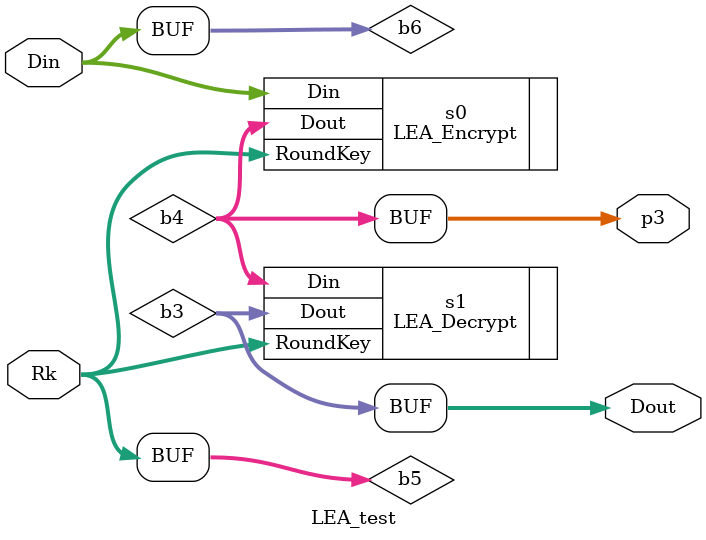
<source format=v>
module LEA_test(Rk,Din,Dout,p3);

input [191:0] Rk;
input [127:0] Din;
output [127:0] Dout;
output [127:0] p3;

wire [127:0] b3;
wire [191:0] b5;
wire [127:0] b6;
wire [127:0] b4;

assign b5 = Rk;
assign b6 = Din;
assign Dout = b3;
assign p3 = b4;

LEA_Encrypt
     s0 (
      .RoundKey(b5),
      .Din(b6),
      .Dout(b4));

LEA_Decrypt
     s1 (
      .Dout(b3),
      .RoundKey(b5),
      .Din(b4));

endmodule


</source>
